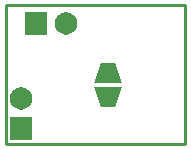
<source format=gbr>
G04 #@! TF.FileFunction,Soldermask,Bot*
%FSLAX46Y46*%
G04 Gerber Fmt 4.6, Leading zero omitted, Abs format (unit mm)*
G04 Created by KiCad (PCBNEW no-vcs-found-product) date 17.07.2015 (пт) 14,56,54 EEST*
%MOMM*%
G01*
G04 APERTURE LIST*
%ADD10C,0.100000*%
%ADD11C,0.254000*%
G04 APERTURE END LIST*
D10*
D11*
X39700000Y-36500000D02*
X39700000Y-24750000D01*
X35941000Y-36500000D02*
X39700000Y-36500000D01*
X35941000Y-24750000D02*
X39700000Y-24750000D01*
X35941000Y-36500000D02*
X24511000Y-36500000D01*
X24511000Y-24750000D02*
X35941000Y-24750000D01*
X24511000Y-36500000D02*
X24511000Y-24750000D01*
D10*
G36*
X26731800Y-36129800D02*
X24830200Y-36129800D01*
X24830200Y-34228200D01*
X26731800Y-34228200D01*
X26731800Y-36129800D01*
X26731800Y-36129800D01*
G37*
G36*
X26731841Y-32545769D02*
X26728867Y-32758743D01*
X26728790Y-32759081D01*
X26728790Y-32759085D01*
X26687558Y-32940575D01*
X26611718Y-33110913D01*
X26504236Y-33263278D01*
X26504234Y-33263279D01*
X26369204Y-33391866D01*
X26369201Y-33391870D01*
X26211770Y-33491778D01*
X26037926Y-33559209D01*
X25854300Y-33591586D01*
X25854297Y-33591585D01*
X25667879Y-33587682D01*
X25485765Y-33547640D01*
X25485761Y-33547640D01*
X25314902Y-33472994D01*
X25314898Y-33472991D01*
X25161782Y-33366573D01*
X25032256Y-33232444D01*
X24931251Y-33075715D01*
X24862609Y-32902347D01*
X24828948Y-32718943D01*
X24831552Y-32532501D01*
X24870318Y-32350117D01*
X24943774Y-32178734D01*
X24996448Y-32101806D01*
X25049120Y-32024880D01*
X25049121Y-32024878D01*
X25049122Y-32024878D01*
X25182343Y-31894417D01*
X25338366Y-31792318D01*
X25511251Y-31722469D01*
X25694406Y-31687530D01*
X25880866Y-31688832D01*
X26063521Y-31726326D01*
X26235411Y-31798581D01*
X26389996Y-31902851D01*
X26389998Y-31902852D01*
X26521385Y-32035159D01*
X26624569Y-32190465D01*
X26624569Y-32190466D01*
X26695625Y-32362857D01*
X26731774Y-32545425D01*
X26731773Y-32545430D01*
X26731841Y-32545769D01*
X26731841Y-32545769D01*
G37*
G36*
X28001800Y-27239800D02*
X26100200Y-27239800D01*
X26100200Y-25338200D01*
X28001800Y-25338200D01*
X28001800Y-27239800D01*
X28001800Y-27239800D01*
G37*
G36*
X30541841Y-26195769D02*
X30538867Y-26408743D01*
X30538790Y-26409081D01*
X30538790Y-26409085D01*
X30497558Y-26590575D01*
X30421718Y-26760913D01*
X30314236Y-26913278D01*
X30314234Y-26913279D01*
X30179204Y-27041866D01*
X30179201Y-27041870D01*
X30021770Y-27141778D01*
X29847926Y-27209209D01*
X29664300Y-27241586D01*
X29664297Y-27241585D01*
X29477879Y-27237682D01*
X29295765Y-27197640D01*
X29295761Y-27197640D01*
X29124902Y-27122994D01*
X29124898Y-27122991D01*
X28971782Y-27016573D01*
X28842256Y-26882444D01*
X28741251Y-26725715D01*
X28672609Y-26552347D01*
X28638948Y-26368943D01*
X28641552Y-26182501D01*
X28680318Y-26000117D01*
X28753774Y-25828734D01*
X28806448Y-25751806D01*
X28859120Y-25674880D01*
X28859121Y-25674878D01*
X28859122Y-25674878D01*
X28992343Y-25544417D01*
X29148366Y-25442318D01*
X29321251Y-25372469D01*
X29504406Y-25337530D01*
X29690866Y-25338832D01*
X29873521Y-25376326D01*
X30045411Y-25448581D01*
X30199996Y-25552851D01*
X30199998Y-25552852D01*
X30331385Y-25685159D01*
X30434569Y-25840465D01*
X30434569Y-25840466D01*
X30505625Y-26012857D01*
X30541774Y-26195425D01*
X30541773Y-26195430D01*
X30541841Y-26195769D01*
X30541841Y-26195769D01*
G37*
G36*
X34301742Y-31650000D02*
X33727076Y-33374000D01*
X32566924Y-33374000D01*
X31992257Y-31650000D01*
X31992258Y-31650000D01*
X34301742Y-31650000D01*
X34301742Y-31650000D01*
G37*
G36*
X34301743Y-31342000D02*
X34301742Y-31342000D01*
X31992258Y-31342000D01*
X31992257Y-31342000D01*
X32566924Y-29618000D01*
X33727076Y-29618000D01*
X34301743Y-31342000D01*
X34301743Y-31342000D01*
G37*
M02*

</source>
